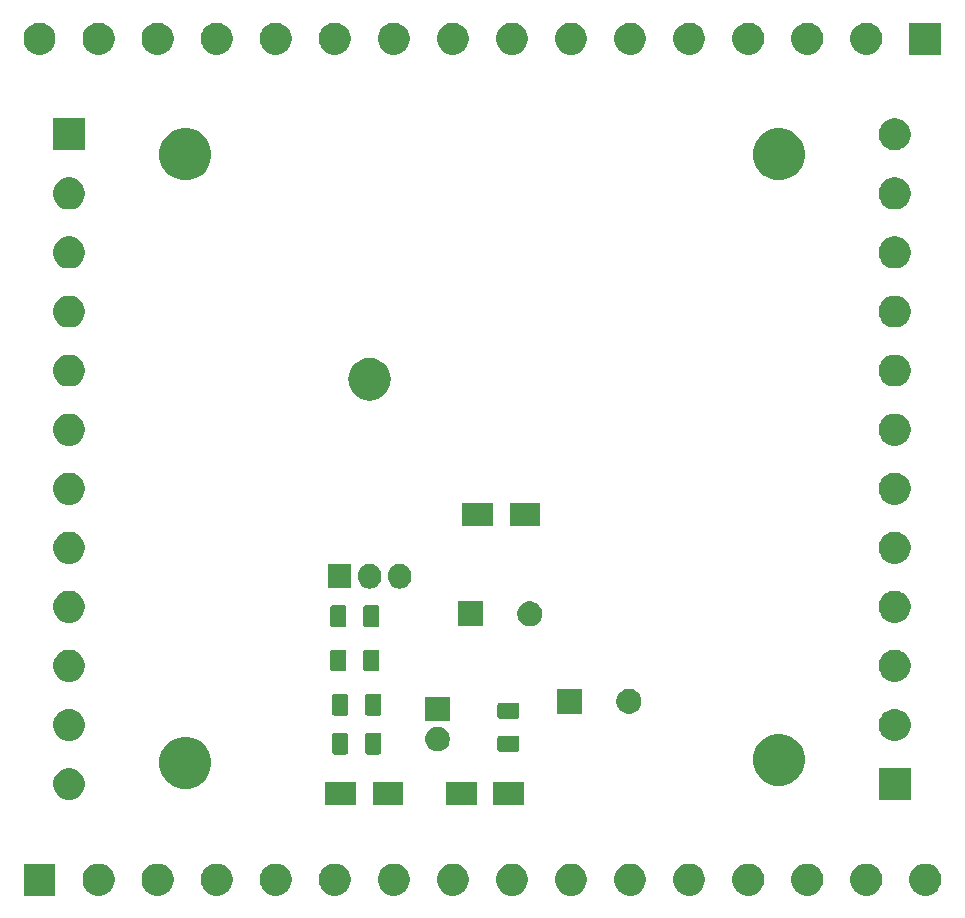
<source format=gbr>
G04 #@! TF.GenerationSoftware,KiCad,Pcbnew,5.1.4*
G04 #@! TF.CreationDate,2020-01-07T14:28:49-05:00*
G04 #@! TF.ProjectId,model-train-cdu,6d6f6465-6c2d-4747-9261-696e2d636475,rev?*
G04 #@! TF.SameCoordinates,Original*
G04 #@! TF.FileFunction,Soldermask,Top*
G04 #@! TF.FilePolarity,Negative*
%FSLAX46Y46*%
G04 Gerber Fmt 4.6, Leading zero omitted, Abs format (unit mm)*
G04 Created by KiCad (PCBNEW 5.1.4) date 2020-01-07 14:28:49*
%MOMM*%
%LPD*%
G04 APERTURE LIST*
%ADD10C,0.100000*%
G04 APERTURE END LIST*
D10*
G36*
X45251000Y-20251000D02*
G01*
X42549000Y-20251000D01*
X42549000Y-17549000D01*
X45251000Y-17549000D01*
X45251000Y-20251000D01*
X45251000Y-20251000D01*
G37*
G36*
X99294072Y-17600918D02*
G01*
X99539939Y-17702759D01*
X99761212Y-17850610D01*
X99949390Y-18038788D01*
X100097241Y-18260061D01*
X100199082Y-18505928D01*
X100251000Y-18766938D01*
X100251000Y-19033062D01*
X100199082Y-19294072D01*
X100097241Y-19539939D01*
X99949390Y-19761212D01*
X99761212Y-19949390D01*
X99539939Y-20097241D01*
X99539938Y-20097242D01*
X99539937Y-20097242D01*
X99294072Y-20199082D01*
X99033063Y-20251000D01*
X98766937Y-20251000D01*
X98505928Y-20199082D01*
X98260063Y-20097242D01*
X98260062Y-20097242D01*
X98260061Y-20097241D01*
X98038788Y-19949390D01*
X97850610Y-19761212D01*
X97702759Y-19539939D01*
X97600918Y-19294072D01*
X97549000Y-19033062D01*
X97549000Y-18766938D01*
X97600918Y-18505928D01*
X97702759Y-18260061D01*
X97850610Y-18038788D01*
X98038788Y-17850610D01*
X98260061Y-17702759D01*
X98505928Y-17600918D01*
X98766937Y-17549000D01*
X99033063Y-17549000D01*
X99294072Y-17600918D01*
X99294072Y-17600918D01*
G37*
G36*
X64294072Y-17600918D02*
G01*
X64539939Y-17702759D01*
X64761212Y-17850610D01*
X64949390Y-18038788D01*
X65097241Y-18260061D01*
X65199082Y-18505928D01*
X65251000Y-18766938D01*
X65251000Y-19033062D01*
X65199082Y-19294072D01*
X65097241Y-19539939D01*
X64949390Y-19761212D01*
X64761212Y-19949390D01*
X64539939Y-20097241D01*
X64539938Y-20097242D01*
X64539937Y-20097242D01*
X64294072Y-20199082D01*
X64033063Y-20251000D01*
X63766937Y-20251000D01*
X63505928Y-20199082D01*
X63260063Y-20097242D01*
X63260062Y-20097242D01*
X63260061Y-20097241D01*
X63038788Y-19949390D01*
X62850610Y-19761212D01*
X62702759Y-19539939D01*
X62600918Y-19294072D01*
X62549000Y-19033062D01*
X62549000Y-18766938D01*
X62600918Y-18505928D01*
X62702759Y-18260061D01*
X62850610Y-18038788D01*
X63038788Y-17850610D01*
X63260061Y-17702759D01*
X63505928Y-17600918D01*
X63766937Y-17549000D01*
X64033063Y-17549000D01*
X64294072Y-17600918D01*
X64294072Y-17600918D01*
G37*
G36*
X69294072Y-17600918D02*
G01*
X69539939Y-17702759D01*
X69761212Y-17850610D01*
X69949390Y-18038788D01*
X70097241Y-18260061D01*
X70199082Y-18505928D01*
X70251000Y-18766938D01*
X70251000Y-19033062D01*
X70199082Y-19294072D01*
X70097241Y-19539939D01*
X69949390Y-19761212D01*
X69761212Y-19949390D01*
X69539939Y-20097241D01*
X69539938Y-20097242D01*
X69539937Y-20097242D01*
X69294072Y-20199082D01*
X69033063Y-20251000D01*
X68766937Y-20251000D01*
X68505928Y-20199082D01*
X68260063Y-20097242D01*
X68260062Y-20097242D01*
X68260061Y-20097241D01*
X68038788Y-19949390D01*
X67850610Y-19761212D01*
X67702759Y-19539939D01*
X67600918Y-19294072D01*
X67549000Y-19033062D01*
X67549000Y-18766938D01*
X67600918Y-18505928D01*
X67702759Y-18260061D01*
X67850610Y-18038788D01*
X68038788Y-17850610D01*
X68260061Y-17702759D01*
X68505928Y-17600918D01*
X68766937Y-17549000D01*
X69033063Y-17549000D01*
X69294072Y-17600918D01*
X69294072Y-17600918D01*
G37*
G36*
X74294072Y-17600918D02*
G01*
X74539939Y-17702759D01*
X74761212Y-17850610D01*
X74949390Y-18038788D01*
X75097241Y-18260061D01*
X75199082Y-18505928D01*
X75251000Y-18766938D01*
X75251000Y-19033062D01*
X75199082Y-19294072D01*
X75097241Y-19539939D01*
X74949390Y-19761212D01*
X74761212Y-19949390D01*
X74539939Y-20097241D01*
X74539938Y-20097242D01*
X74539937Y-20097242D01*
X74294072Y-20199082D01*
X74033063Y-20251000D01*
X73766937Y-20251000D01*
X73505928Y-20199082D01*
X73260063Y-20097242D01*
X73260062Y-20097242D01*
X73260061Y-20097241D01*
X73038788Y-19949390D01*
X72850610Y-19761212D01*
X72702759Y-19539939D01*
X72600918Y-19294072D01*
X72549000Y-19033062D01*
X72549000Y-18766938D01*
X72600918Y-18505928D01*
X72702759Y-18260061D01*
X72850610Y-18038788D01*
X73038788Y-17850610D01*
X73260061Y-17702759D01*
X73505928Y-17600918D01*
X73766937Y-17549000D01*
X74033063Y-17549000D01*
X74294072Y-17600918D01*
X74294072Y-17600918D01*
G37*
G36*
X79294072Y-17600918D02*
G01*
X79539939Y-17702759D01*
X79761212Y-17850610D01*
X79949390Y-18038788D01*
X80097241Y-18260061D01*
X80199082Y-18505928D01*
X80251000Y-18766938D01*
X80251000Y-19033062D01*
X80199082Y-19294072D01*
X80097241Y-19539939D01*
X79949390Y-19761212D01*
X79761212Y-19949390D01*
X79539939Y-20097241D01*
X79539938Y-20097242D01*
X79539937Y-20097242D01*
X79294072Y-20199082D01*
X79033063Y-20251000D01*
X78766937Y-20251000D01*
X78505928Y-20199082D01*
X78260063Y-20097242D01*
X78260062Y-20097242D01*
X78260061Y-20097241D01*
X78038788Y-19949390D01*
X77850610Y-19761212D01*
X77702759Y-19539939D01*
X77600918Y-19294072D01*
X77549000Y-19033062D01*
X77549000Y-18766938D01*
X77600918Y-18505928D01*
X77702759Y-18260061D01*
X77850610Y-18038788D01*
X78038788Y-17850610D01*
X78260061Y-17702759D01*
X78505928Y-17600918D01*
X78766937Y-17549000D01*
X79033063Y-17549000D01*
X79294072Y-17600918D01*
X79294072Y-17600918D01*
G37*
G36*
X84294072Y-17600918D02*
G01*
X84539939Y-17702759D01*
X84761212Y-17850610D01*
X84949390Y-18038788D01*
X85097241Y-18260061D01*
X85199082Y-18505928D01*
X85251000Y-18766938D01*
X85251000Y-19033062D01*
X85199082Y-19294072D01*
X85097241Y-19539939D01*
X84949390Y-19761212D01*
X84761212Y-19949390D01*
X84539939Y-20097241D01*
X84539938Y-20097242D01*
X84539937Y-20097242D01*
X84294072Y-20199082D01*
X84033063Y-20251000D01*
X83766937Y-20251000D01*
X83505928Y-20199082D01*
X83260063Y-20097242D01*
X83260062Y-20097242D01*
X83260061Y-20097241D01*
X83038788Y-19949390D01*
X82850610Y-19761212D01*
X82702759Y-19539939D01*
X82600918Y-19294072D01*
X82549000Y-19033062D01*
X82549000Y-18766938D01*
X82600918Y-18505928D01*
X82702759Y-18260061D01*
X82850610Y-18038788D01*
X83038788Y-17850610D01*
X83260061Y-17702759D01*
X83505928Y-17600918D01*
X83766937Y-17549000D01*
X84033063Y-17549000D01*
X84294072Y-17600918D01*
X84294072Y-17600918D01*
G37*
G36*
X89294072Y-17600918D02*
G01*
X89539939Y-17702759D01*
X89761212Y-17850610D01*
X89949390Y-18038788D01*
X90097241Y-18260061D01*
X90199082Y-18505928D01*
X90251000Y-18766938D01*
X90251000Y-19033062D01*
X90199082Y-19294072D01*
X90097241Y-19539939D01*
X89949390Y-19761212D01*
X89761212Y-19949390D01*
X89539939Y-20097241D01*
X89539938Y-20097242D01*
X89539937Y-20097242D01*
X89294072Y-20199082D01*
X89033063Y-20251000D01*
X88766937Y-20251000D01*
X88505928Y-20199082D01*
X88260063Y-20097242D01*
X88260062Y-20097242D01*
X88260061Y-20097241D01*
X88038788Y-19949390D01*
X87850610Y-19761212D01*
X87702759Y-19539939D01*
X87600918Y-19294072D01*
X87549000Y-19033062D01*
X87549000Y-18766938D01*
X87600918Y-18505928D01*
X87702759Y-18260061D01*
X87850610Y-18038788D01*
X88038788Y-17850610D01*
X88260061Y-17702759D01*
X88505928Y-17600918D01*
X88766937Y-17549000D01*
X89033063Y-17549000D01*
X89294072Y-17600918D01*
X89294072Y-17600918D01*
G37*
G36*
X94294072Y-17600918D02*
G01*
X94539939Y-17702759D01*
X94761212Y-17850610D01*
X94949390Y-18038788D01*
X95097241Y-18260061D01*
X95199082Y-18505928D01*
X95251000Y-18766938D01*
X95251000Y-19033062D01*
X95199082Y-19294072D01*
X95097241Y-19539939D01*
X94949390Y-19761212D01*
X94761212Y-19949390D01*
X94539939Y-20097241D01*
X94539938Y-20097242D01*
X94539937Y-20097242D01*
X94294072Y-20199082D01*
X94033063Y-20251000D01*
X93766937Y-20251000D01*
X93505928Y-20199082D01*
X93260063Y-20097242D01*
X93260062Y-20097242D01*
X93260061Y-20097241D01*
X93038788Y-19949390D01*
X92850610Y-19761212D01*
X92702759Y-19539939D01*
X92600918Y-19294072D01*
X92549000Y-19033062D01*
X92549000Y-18766938D01*
X92600918Y-18505928D01*
X92702759Y-18260061D01*
X92850610Y-18038788D01*
X93038788Y-17850610D01*
X93260061Y-17702759D01*
X93505928Y-17600918D01*
X93766937Y-17549000D01*
X94033063Y-17549000D01*
X94294072Y-17600918D01*
X94294072Y-17600918D01*
G37*
G36*
X109294072Y-17600918D02*
G01*
X109539939Y-17702759D01*
X109761212Y-17850610D01*
X109949390Y-18038788D01*
X110097241Y-18260061D01*
X110199082Y-18505928D01*
X110251000Y-18766938D01*
X110251000Y-19033062D01*
X110199082Y-19294072D01*
X110097241Y-19539939D01*
X109949390Y-19761212D01*
X109761212Y-19949390D01*
X109539939Y-20097241D01*
X109539938Y-20097242D01*
X109539937Y-20097242D01*
X109294072Y-20199082D01*
X109033063Y-20251000D01*
X108766937Y-20251000D01*
X108505928Y-20199082D01*
X108260063Y-20097242D01*
X108260062Y-20097242D01*
X108260061Y-20097241D01*
X108038788Y-19949390D01*
X107850610Y-19761212D01*
X107702759Y-19539939D01*
X107600918Y-19294072D01*
X107549000Y-19033062D01*
X107549000Y-18766938D01*
X107600918Y-18505928D01*
X107702759Y-18260061D01*
X107850610Y-18038788D01*
X108038788Y-17850610D01*
X108260061Y-17702759D01*
X108505928Y-17600918D01*
X108766937Y-17549000D01*
X109033063Y-17549000D01*
X109294072Y-17600918D01*
X109294072Y-17600918D01*
G37*
G36*
X104294072Y-17600918D02*
G01*
X104539939Y-17702759D01*
X104761212Y-17850610D01*
X104949390Y-18038788D01*
X105097241Y-18260061D01*
X105199082Y-18505928D01*
X105251000Y-18766938D01*
X105251000Y-19033062D01*
X105199082Y-19294072D01*
X105097241Y-19539939D01*
X104949390Y-19761212D01*
X104761212Y-19949390D01*
X104539939Y-20097241D01*
X104539938Y-20097242D01*
X104539937Y-20097242D01*
X104294072Y-20199082D01*
X104033063Y-20251000D01*
X103766937Y-20251000D01*
X103505928Y-20199082D01*
X103260063Y-20097242D01*
X103260062Y-20097242D01*
X103260061Y-20097241D01*
X103038788Y-19949390D01*
X102850610Y-19761212D01*
X102702759Y-19539939D01*
X102600918Y-19294072D01*
X102549000Y-19033062D01*
X102549000Y-18766938D01*
X102600918Y-18505928D01*
X102702759Y-18260061D01*
X102850610Y-18038788D01*
X103038788Y-17850610D01*
X103260061Y-17702759D01*
X103505928Y-17600918D01*
X103766937Y-17549000D01*
X104033063Y-17549000D01*
X104294072Y-17600918D01*
X104294072Y-17600918D01*
G37*
G36*
X49294072Y-17600918D02*
G01*
X49539939Y-17702759D01*
X49761212Y-17850610D01*
X49949390Y-18038788D01*
X50097241Y-18260061D01*
X50199082Y-18505928D01*
X50251000Y-18766938D01*
X50251000Y-19033062D01*
X50199082Y-19294072D01*
X50097241Y-19539939D01*
X49949390Y-19761212D01*
X49761212Y-19949390D01*
X49539939Y-20097241D01*
X49539938Y-20097242D01*
X49539937Y-20097242D01*
X49294072Y-20199082D01*
X49033063Y-20251000D01*
X48766937Y-20251000D01*
X48505928Y-20199082D01*
X48260063Y-20097242D01*
X48260062Y-20097242D01*
X48260061Y-20097241D01*
X48038788Y-19949390D01*
X47850610Y-19761212D01*
X47702759Y-19539939D01*
X47600918Y-19294072D01*
X47549000Y-19033062D01*
X47549000Y-18766938D01*
X47600918Y-18505928D01*
X47702759Y-18260061D01*
X47850610Y-18038788D01*
X48038788Y-17850610D01*
X48260061Y-17702759D01*
X48505928Y-17600918D01*
X48766937Y-17549000D01*
X49033063Y-17549000D01*
X49294072Y-17600918D01*
X49294072Y-17600918D01*
G37*
G36*
X54294072Y-17600918D02*
G01*
X54539939Y-17702759D01*
X54761212Y-17850610D01*
X54949390Y-18038788D01*
X55097241Y-18260061D01*
X55199082Y-18505928D01*
X55251000Y-18766938D01*
X55251000Y-19033062D01*
X55199082Y-19294072D01*
X55097241Y-19539939D01*
X54949390Y-19761212D01*
X54761212Y-19949390D01*
X54539939Y-20097241D01*
X54539938Y-20097242D01*
X54539937Y-20097242D01*
X54294072Y-20199082D01*
X54033063Y-20251000D01*
X53766937Y-20251000D01*
X53505928Y-20199082D01*
X53260063Y-20097242D01*
X53260062Y-20097242D01*
X53260061Y-20097241D01*
X53038788Y-19949390D01*
X52850610Y-19761212D01*
X52702759Y-19539939D01*
X52600918Y-19294072D01*
X52549000Y-19033062D01*
X52549000Y-18766938D01*
X52600918Y-18505928D01*
X52702759Y-18260061D01*
X52850610Y-18038788D01*
X53038788Y-17850610D01*
X53260061Y-17702759D01*
X53505928Y-17600918D01*
X53766937Y-17549000D01*
X54033063Y-17549000D01*
X54294072Y-17600918D01*
X54294072Y-17600918D01*
G37*
G36*
X59294072Y-17600918D02*
G01*
X59539939Y-17702759D01*
X59761212Y-17850610D01*
X59949390Y-18038788D01*
X60097241Y-18260061D01*
X60199082Y-18505928D01*
X60251000Y-18766938D01*
X60251000Y-19033062D01*
X60199082Y-19294072D01*
X60097241Y-19539939D01*
X59949390Y-19761212D01*
X59761212Y-19949390D01*
X59539939Y-20097241D01*
X59539938Y-20097242D01*
X59539937Y-20097242D01*
X59294072Y-20199082D01*
X59033063Y-20251000D01*
X58766937Y-20251000D01*
X58505928Y-20199082D01*
X58260063Y-20097242D01*
X58260062Y-20097242D01*
X58260061Y-20097241D01*
X58038788Y-19949390D01*
X57850610Y-19761212D01*
X57702759Y-19539939D01*
X57600918Y-19294072D01*
X57549000Y-19033062D01*
X57549000Y-18766938D01*
X57600918Y-18505928D01*
X57702759Y-18260061D01*
X57850610Y-18038788D01*
X58038788Y-17850610D01*
X58260061Y-17702759D01*
X58505928Y-17600918D01*
X58766937Y-17549000D01*
X59033063Y-17549000D01*
X59294072Y-17600918D01*
X59294072Y-17600918D01*
G37*
G36*
X119294072Y-17600918D02*
G01*
X119539939Y-17702759D01*
X119761212Y-17850610D01*
X119949390Y-18038788D01*
X120097241Y-18260061D01*
X120199082Y-18505928D01*
X120251000Y-18766938D01*
X120251000Y-19033062D01*
X120199082Y-19294072D01*
X120097241Y-19539939D01*
X119949390Y-19761212D01*
X119761212Y-19949390D01*
X119539939Y-20097241D01*
X119539938Y-20097242D01*
X119539937Y-20097242D01*
X119294072Y-20199082D01*
X119033063Y-20251000D01*
X118766937Y-20251000D01*
X118505928Y-20199082D01*
X118260063Y-20097242D01*
X118260062Y-20097242D01*
X118260061Y-20097241D01*
X118038788Y-19949390D01*
X117850610Y-19761212D01*
X117702759Y-19539939D01*
X117600918Y-19294072D01*
X117549000Y-19033062D01*
X117549000Y-18766938D01*
X117600918Y-18505928D01*
X117702759Y-18260061D01*
X117850610Y-18038788D01*
X118038788Y-17850610D01*
X118260061Y-17702759D01*
X118505928Y-17600918D01*
X118766937Y-17549000D01*
X119033063Y-17549000D01*
X119294072Y-17600918D01*
X119294072Y-17600918D01*
G37*
G36*
X114294072Y-17600918D02*
G01*
X114539939Y-17702759D01*
X114761212Y-17850610D01*
X114949390Y-18038788D01*
X115097241Y-18260061D01*
X115199082Y-18505928D01*
X115251000Y-18766938D01*
X115251000Y-19033062D01*
X115199082Y-19294072D01*
X115097241Y-19539939D01*
X114949390Y-19761212D01*
X114761212Y-19949390D01*
X114539939Y-20097241D01*
X114539938Y-20097242D01*
X114539937Y-20097242D01*
X114294072Y-20199082D01*
X114033063Y-20251000D01*
X113766937Y-20251000D01*
X113505928Y-20199082D01*
X113260063Y-20097242D01*
X113260062Y-20097242D01*
X113260061Y-20097241D01*
X113038788Y-19949390D01*
X112850610Y-19761212D01*
X112702759Y-19539939D01*
X112600918Y-19294072D01*
X112549000Y-19033062D01*
X112549000Y-18766938D01*
X112600918Y-18505928D01*
X112702759Y-18260061D01*
X112850610Y-18038788D01*
X113038788Y-17850610D01*
X113260061Y-17702759D01*
X113505928Y-17600918D01*
X113766937Y-17549000D01*
X114033063Y-17549000D01*
X114294072Y-17600918D01*
X114294072Y-17600918D01*
G37*
G36*
X80901000Y-12551000D02*
G01*
X78299000Y-12551000D01*
X78299000Y-10649000D01*
X80901000Y-10649000D01*
X80901000Y-12551000D01*
X80901000Y-12551000D01*
G37*
G36*
X84901000Y-12551000D02*
G01*
X82299000Y-12551000D01*
X82299000Y-10649000D01*
X84901000Y-10649000D01*
X84901000Y-12551000D01*
X84901000Y-12551000D01*
G37*
G36*
X74701000Y-12551000D02*
G01*
X72099000Y-12551000D01*
X72099000Y-10649000D01*
X74701000Y-10649000D01*
X74701000Y-12551000D01*
X74701000Y-12551000D01*
G37*
G36*
X70701000Y-12551000D02*
G01*
X68099000Y-12551000D01*
X68099000Y-10649000D01*
X70701000Y-10649000D01*
X70701000Y-12551000D01*
X70701000Y-12551000D01*
G37*
G36*
X117651000Y-12151000D02*
G01*
X114949000Y-12151000D01*
X114949000Y-9449000D01*
X117651000Y-9449000D01*
X117651000Y-12151000D01*
X117651000Y-12151000D01*
G37*
G36*
X46794072Y-9500918D02*
G01*
X47039939Y-9602759D01*
X47261212Y-9750610D01*
X47449390Y-9938788D01*
X47597241Y-10160061D01*
X47699082Y-10405928D01*
X47751000Y-10666938D01*
X47751000Y-10933062D01*
X47699082Y-11194072D01*
X47597241Y-11439939D01*
X47449390Y-11661212D01*
X47261212Y-11849390D01*
X47039939Y-11997241D01*
X47039938Y-11997242D01*
X47039937Y-11997242D01*
X46794072Y-12099082D01*
X46533063Y-12151000D01*
X46266937Y-12151000D01*
X46005928Y-12099082D01*
X45760063Y-11997242D01*
X45760062Y-11997242D01*
X45760061Y-11997241D01*
X45538788Y-11849390D01*
X45350610Y-11661212D01*
X45202759Y-11439939D01*
X45100918Y-11194072D01*
X45049000Y-10933062D01*
X45049000Y-10666938D01*
X45100918Y-10405928D01*
X45202759Y-10160061D01*
X45350610Y-9938788D01*
X45538788Y-9750610D01*
X45760061Y-9602759D01*
X46005928Y-9500918D01*
X46266937Y-9449000D01*
X46533063Y-9449000D01*
X46794072Y-9500918D01*
X46794072Y-9500918D01*
G37*
G36*
X56892007Y-6883582D02*
G01*
X57292563Y-7049498D01*
X57292565Y-7049499D01*
X57653056Y-7290371D01*
X57959629Y-7596944D01*
X58099048Y-7805600D01*
X58200502Y-7957437D01*
X58366418Y-8357993D01*
X58451000Y-8783219D01*
X58451000Y-9216781D01*
X58366418Y-9642007D01*
X58200502Y-10042563D01*
X58200501Y-10042565D01*
X57959629Y-10403056D01*
X57653056Y-10709629D01*
X57292565Y-10950501D01*
X57292564Y-10950502D01*
X57292563Y-10950502D01*
X56892007Y-11116418D01*
X56466781Y-11201000D01*
X56033219Y-11201000D01*
X55607993Y-11116418D01*
X55207437Y-10950502D01*
X55207436Y-10950502D01*
X55207435Y-10950501D01*
X54846944Y-10709629D01*
X54540371Y-10403056D01*
X54299499Y-10042565D01*
X54299498Y-10042563D01*
X54133582Y-9642007D01*
X54049000Y-9216781D01*
X54049000Y-8783219D01*
X54133582Y-8357993D01*
X54299498Y-7957437D01*
X54400952Y-7805600D01*
X54540371Y-7596944D01*
X54846944Y-7290371D01*
X55207435Y-7049499D01*
X55207437Y-7049498D01*
X55607993Y-6883582D01*
X56033219Y-6799000D01*
X56466781Y-6799000D01*
X56892007Y-6883582D01*
X56892007Y-6883582D01*
G37*
G36*
X107142007Y-6633582D02*
G01*
X107542563Y-6799498D01*
X107542565Y-6799499D01*
X107903056Y-7040371D01*
X108209629Y-7346944D01*
X108450501Y-7707435D01*
X108450502Y-7707437D01*
X108616418Y-8107993D01*
X108701000Y-8533219D01*
X108701000Y-8966781D01*
X108616418Y-9392007D01*
X108450502Y-9792563D01*
X108450501Y-9792565D01*
X108209629Y-10153056D01*
X107903056Y-10459629D01*
X107542565Y-10700501D01*
X107542564Y-10700502D01*
X107542563Y-10700502D01*
X107142007Y-10866418D01*
X106716781Y-10951000D01*
X106283219Y-10951000D01*
X105857993Y-10866418D01*
X105457437Y-10700502D01*
X105457436Y-10700502D01*
X105457435Y-10700501D01*
X105096944Y-10459629D01*
X104790371Y-10153056D01*
X104549499Y-9792565D01*
X104549498Y-9792563D01*
X104383582Y-9392007D01*
X104299000Y-8966781D01*
X104299000Y-8533219D01*
X104383582Y-8107993D01*
X104549498Y-7707437D01*
X104549499Y-7707435D01*
X104790371Y-7346944D01*
X105096944Y-7040371D01*
X105457435Y-6799499D01*
X105457437Y-6799498D01*
X105857993Y-6633582D01*
X106283219Y-6549000D01*
X106716781Y-6549000D01*
X107142007Y-6633582D01*
X107142007Y-6633582D01*
G37*
G36*
X69873605Y-6463348D02*
G01*
X69910145Y-6474433D01*
X69943822Y-6492434D01*
X69973342Y-6516660D01*
X69997568Y-6546180D01*
X70015569Y-6579857D01*
X70026654Y-6616397D01*
X70031001Y-6660539D01*
X70031001Y-8109463D01*
X70026654Y-8153605D01*
X70015569Y-8190145D01*
X69997568Y-8223822D01*
X69973342Y-8253342D01*
X69943822Y-8277568D01*
X69910145Y-8295569D01*
X69873605Y-8306654D01*
X69829463Y-8311001D01*
X68880539Y-8311001D01*
X68836397Y-8306654D01*
X68799857Y-8295569D01*
X68766180Y-8277568D01*
X68736660Y-8253342D01*
X68712434Y-8223822D01*
X68694433Y-8190145D01*
X68683348Y-8153605D01*
X68679001Y-8109463D01*
X68679001Y-6660539D01*
X68683348Y-6616397D01*
X68694433Y-6579857D01*
X68712434Y-6546180D01*
X68736660Y-6516660D01*
X68766180Y-6492434D01*
X68799857Y-6474433D01*
X68836397Y-6463348D01*
X68880539Y-6459001D01*
X69829463Y-6459001D01*
X69873605Y-6463348D01*
X69873605Y-6463348D01*
G37*
G36*
X72673605Y-6463348D02*
G01*
X72710145Y-6474433D01*
X72743822Y-6492434D01*
X72773342Y-6516660D01*
X72797568Y-6546180D01*
X72815569Y-6579857D01*
X72826654Y-6616397D01*
X72831001Y-6660539D01*
X72831001Y-8109463D01*
X72826654Y-8153605D01*
X72815569Y-8190145D01*
X72797568Y-8223822D01*
X72773342Y-8253342D01*
X72743822Y-8277568D01*
X72710145Y-8295569D01*
X72673605Y-8306654D01*
X72629463Y-8311001D01*
X71680539Y-8311001D01*
X71636397Y-8306654D01*
X71599857Y-8295569D01*
X71566180Y-8277568D01*
X71536660Y-8253342D01*
X71512434Y-8223822D01*
X71494433Y-8190145D01*
X71483348Y-8153605D01*
X71479001Y-8109463D01*
X71479001Y-6660539D01*
X71483348Y-6616397D01*
X71494433Y-6579857D01*
X71512434Y-6546180D01*
X71536660Y-6516660D01*
X71566180Y-6492434D01*
X71599857Y-6474433D01*
X71636397Y-6463348D01*
X71680539Y-6459001D01*
X72629463Y-6459001D01*
X72673605Y-6463348D01*
X72673605Y-6463348D01*
G37*
G36*
X84368604Y-6728347D02*
G01*
X84405144Y-6739432D01*
X84438821Y-6757433D01*
X84468341Y-6781659D01*
X84492567Y-6811179D01*
X84510568Y-6844856D01*
X84521653Y-6881396D01*
X84526000Y-6925538D01*
X84526000Y-7874462D01*
X84521653Y-7918604D01*
X84510568Y-7955144D01*
X84492567Y-7988821D01*
X84468341Y-8018341D01*
X84438821Y-8042567D01*
X84405144Y-8060568D01*
X84368604Y-8071653D01*
X84324462Y-8076000D01*
X82875538Y-8076000D01*
X82831396Y-8071653D01*
X82794856Y-8060568D01*
X82761179Y-8042567D01*
X82731659Y-8018341D01*
X82707433Y-7988821D01*
X82689432Y-7955144D01*
X82678347Y-7918604D01*
X82674000Y-7874462D01*
X82674000Y-6925538D01*
X82678347Y-6881396D01*
X82689432Y-6844856D01*
X82707433Y-6811179D01*
X82731659Y-6781659D01*
X82761179Y-6757433D01*
X82794856Y-6739432D01*
X82831396Y-6728347D01*
X82875538Y-6724000D01*
X84324462Y-6724000D01*
X84368604Y-6728347D01*
X84368604Y-6728347D01*
G37*
G36*
X77906564Y-5989389D02*
G01*
X78097833Y-6068615D01*
X78097835Y-6068616D01*
X78269973Y-6183635D01*
X78416365Y-6330027D01*
X78506015Y-6464197D01*
X78531385Y-6502167D01*
X78610611Y-6693436D01*
X78651000Y-6896484D01*
X78651000Y-7103516D01*
X78610611Y-7306564D01*
X78531385Y-7497833D01*
X78531384Y-7497835D01*
X78416365Y-7669973D01*
X78269973Y-7816365D01*
X78097835Y-7931384D01*
X78097834Y-7931385D01*
X78097833Y-7931385D01*
X77906564Y-8010611D01*
X77703516Y-8051000D01*
X77496484Y-8051000D01*
X77293436Y-8010611D01*
X77102167Y-7931385D01*
X77102166Y-7931385D01*
X77102165Y-7931384D01*
X76930027Y-7816365D01*
X76783635Y-7669973D01*
X76668616Y-7497835D01*
X76668615Y-7497833D01*
X76589389Y-7306564D01*
X76549000Y-7103516D01*
X76549000Y-6896484D01*
X76589389Y-6693436D01*
X76668615Y-6502167D01*
X76693986Y-6464197D01*
X76783635Y-6330027D01*
X76930027Y-6183635D01*
X77102165Y-6068616D01*
X77102167Y-6068615D01*
X77293436Y-5989389D01*
X77496484Y-5949000D01*
X77703516Y-5949000D01*
X77906564Y-5989389D01*
X77906564Y-5989389D01*
G37*
G36*
X116538501Y-4469973D02*
G01*
X116694072Y-4500918D01*
X116939939Y-4602759D01*
X117051328Y-4677187D01*
X117161211Y-4750609D01*
X117349391Y-4938789D01*
X117401419Y-5016654D01*
X117497241Y-5160061D01*
X117599082Y-5405928D01*
X117651000Y-5666938D01*
X117651000Y-5933062D01*
X117599082Y-6194072D01*
X117497241Y-6439939D01*
X117424368Y-6549000D01*
X117349391Y-6661211D01*
X117161211Y-6849391D01*
X117051328Y-6922813D01*
X116939939Y-6997241D01*
X116939938Y-6997242D01*
X116939937Y-6997242D01*
X116694072Y-7099082D01*
X116433063Y-7151000D01*
X116166937Y-7151000D01*
X115905928Y-7099082D01*
X115660063Y-6997242D01*
X115660062Y-6997242D01*
X115660061Y-6997241D01*
X115548672Y-6922813D01*
X115438789Y-6849391D01*
X115250609Y-6661211D01*
X115175632Y-6549000D01*
X115102759Y-6439939D01*
X115000918Y-6194072D01*
X114949000Y-5933062D01*
X114949000Y-5666938D01*
X115000918Y-5405928D01*
X115102759Y-5160061D01*
X115198581Y-5016654D01*
X115250609Y-4938789D01*
X115438789Y-4750609D01*
X115548672Y-4677187D01*
X115660061Y-4602759D01*
X115905928Y-4500918D01*
X116061499Y-4469973D01*
X116166937Y-4449000D01*
X116433063Y-4449000D01*
X116538501Y-4469973D01*
X116538501Y-4469973D01*
G37*
G36*
X46638501Y-4469973D02*
G01*
X46794072Y-4500918D01*
X47039939Y-4602759D01*
X47151328Y-4677187D01*
X47261211Y-4750609D01*
X47449391Y-4938789D01*
X47501419Y-5016654D01*
X47597241Y-5160061D01*
X47699082Y-5405928D01*
X47751000Y-5666938D01*
X47751000Y-5933062D01*
X47699082Y-6194072D01*
X47597241Y-6439939D01*
X47524368Y-6549000D01*
X47449391Y-6661211D01*
X47261211Y-6849391D01*
X47151328Y-6922813D01*
X47039939Y-6997241D01*
X47039938Y-6997242D01*
X47039937Y-6997242D01*
X46794072Y-7099082D01*
X46533063Y-7151000D01*
X46266937Y-7151000D01*
X46005928Y-7099082D01*
X45760063Y-6997242D01*
X45760062Y-6997242D01*
X45760061Y-6997241D01*
X45648672Y-6922813D01*
X45538789Y-6849391D01*
X45350609Y-6661211D01*
X45275632Y-6549000D01*
X45202759Y-6439939D01*
X45100918Y-6194072D01*
X45049000Y-5933062D01*
X45049000Y-5666938D01*
X45100918Y-5405928D01*
X45202759Y-5160061D01*
X45298581Y-5016654D01*
X45350609Y-4938789D01*
X45538789Y-4750609D01*
X45648672Y-4677187D01*
X45760061Y-4602759D01*
X46005928Y-4500918D01*
X46161499Y-4469973D01*
X46266937Y-4449000D01*
X46533063Y-4449000D01*
X46638501Y-4469973D01*
X46638501Y-4469973D01*
G37*
G36*
X78651000Y-5511000D02*
G01*
X76549000Y-5511000D01*
X76549000Y-3409000D01*
X78651000Y-3409000D01*
X78651000Y-5511000D01*
X78651000Y-5511000D01*
G37*
G36*
X84368604Y-3928347D02*
G01*
X84405144Y-3939432D01*
X84438821Y-3957433D01*
X84468341Y-3981659D01*
X84492567Y-4011179D01*
X84510568Y-4044856D01*
X84521653Y-4081396D01*
X84526000Y-4125538D01*
X84526000Y-5074462D01*
X84521653Y-5118604D01*
X84510568Y-5155144D01*
X84492567Y-5188821D01*
X84468341Y-5218341D01*
X84438821Y-5242567D01*
X84405144Y-5260568D01*
X84368604Y-5271653D01*
X84324462Y-5276000D01*
X82875538Y-5276000D01*
X82831396Y-5271653D01*
X82794856Y-5260568D01*
X82761179Y-5242567D01*
X82731659Y-5218341D01*
X82707433Y-5188821D01*
X82689432Y-5155144D01*
X82678347Y-5118604D01*
X82674000Y-5074462D01*
X82674000Y-4125538D01*
X82678347Y-4081396D01*
X82689432Y-4044856D01*
X82707433Y-4011179D01*
X82731659Y-3981659D01*
X82761179Y-3957433D01*
X82794856Y-3939432D01*
X82831396Y-3928347D01*
X82875538Y-3924000D01*
X84324462Y-3924000D01*
X84368604Y-3928347D01*
X84368604Y-3928347D01*
G37*
G36*
X72673605Y-3173348D02*
G01*
X72710145Y-3184433D01*
X72743822Y-3202434D01*
X72773342Y-3226660D01*
X72797568Y-3256180D01*
X72815569Y-3289857D01*
X72826654Y-3326397D01*
X72831001Y-3370539D01*
X72831001Y-4819463D01*
X72826654Y-4863605D01*
X72815569Y-4900145D01*
X72797568Y-4933822D01*
X72773342Y-4963342D01*
X72743822Y-4987568D01*
X72710145Y-5005569D01*
X72673605Y-5016654D01*
X72629463Y-5021001D01*
X71680539Y-5021001D01*
X71636397Y-5016654D01*
X71599857Y-5005569D01*
X71566180Y-4987568D01*
X71536660Y-4963342D01*
X71512434Y-4933822D01*
X71494433Y-4900145D01*
X71483348Y-4863605D01*
X71479001Y-4819463D01*
X71479001Y-3370539D01*
X71483348Y-3326397D01*
X71494433Y-3289857D01*
X71512434Y-3256180D01*
X71536660Y-3226660D01*
X71566180Y-3202434D01*
X71599857Y-3184433D01*
X71636397Y-3173348D01*
X71680539Y-3169001D01*
X72629463Y-3169001D01*
X72673605Y-3173348D01*
X72673605Y-3173348D01*
G37*
G36*
X69873605Y-3173348D02*
G01*
X69910145Y-3184433D01*
X69943822Y-3202434D01*
X69973342Y-3226660D01*
X69997568Y-3256180D01*
X70015569Y-3289857D01*
X70026654Y-3326397D01*
X70031001Y-3370539D01*
X70031001Y-4819463D01*
X70026654Y-4863605D01*
X70015569Y-4900145D01*
X69997568Y-4933822D01*
X69973342Y-4963342D01*
X69943822Y-4987568D01*
X69910145Y-5005569D01*
X69873605Y-5016654D01*
X69829463Y-5021001D01*
X68880539Y-5021001D01*
X68836397Y-5016654D01*
X68799857Y-5005569D01*
X68766180Y-4987568D01*
X68736660Y-4963342D01*
X68712434Y-4933822D01*
X68694433Y-4900145D01*
X68683348Y-4863605D01*
X68679001Y-4819463D01*
X68679001Y-3370539D01*
X68683348Y-3326397D01*
X68694433Y-3289857D01*
X68712434Y-3256180D01*
X68736660Y-3226660D01*
X68766180Y-3202434D01*
X68799857Y-3184433D01*
X68836397Y-3173348D01*
X68880539Y-3169001D01*
X69829463Y-3169001D01*
X69873605Y-3173348D01*
X69873605Y-3173348D01*
G37*
G36*
X94106564Y-2789389D02*
G01*
X94297833Y-2868615D01*
X94297835Y-2868616D01*
X94469973Y-2983635D01*
X94616365Y-3130027D01*
X94731385Y-3302167D01*
X94810611Y-3493436D01*
X94851000Y-3696484D01*
X94851000Y-3903516D01*
X94810611Y-4106564D01*
X94774228Y-4194400D01*
X94731384Y-4297835D01*
X94616365Y-4469973D01*
X94469973Y-4616365D01*
X94297835Y-4731384D01*
X94297834Y-4731385D01*
X94297833Y-4731385D01*
X94106564Y-4810611D01*
X93903516Y-4851000D01*
X93696484Y-4851000D01*
X93493436Y-4810611D01*
X93302167Y-4731385D01*
X93302166Y-4731385D01*
X93302165Y-4731384D01*
X93130027Y-4616365D01*
X92983635Y-4469973D01*
X92868616Y-4297835D01*
X92825772Y-4194400D01*
X92789389Y-4106564D01*
X92749000Y-3903516D01*
X92749000Y-3696484D01*
X92789389Y-3493436D01*
X92868615Y-3302167D01*
X92983635Y-3130027D01*
X93130027Y-2983635D01*
X93302165Y-2868616D01*
X93302167Y-2868615D01*
X93493436Y-2789389D01*
X93696484Y-2749000D01*
X93903516Y-2749000D01*
X94106564Y-2789389D01*
X94106564Y-2789389D01*
G37*
G36*
X89851000Y-4851000D02*
G01*
X87749000Y-4851000D01*
X87749000Y-2749000D01*
X89851000Y-2749000D01*
X89851000Y-4851000D01*
X89851000Y-4851000D01*
G37*
G36*
X116694072Y499082D02*
G01*
X116939939Y397241D01*
X116974030Y374462D01*
X117161211Y249391D01*
X117349391Y61211D01*
X117497242Y-160063D01*
X117599082Y-405928D01*
X117651000Y-666937D01*
X117651000Y-933063D01*
X117599082Y-1194072D01*
X117565147Y-1276000D01*
X117497241Y-1439939D01*
X117349390Y-1661212D01*
X117161212Y-1849390D01*
X116939939Y-1997241D01*
X116939938Y-1997242D01*
X116939937Y-1997242D01*
X116694072Y-2099082D01*
X116433063Y-2151000D01*
X116166937Y-2151000D01*
X115905928Y-2099082D01*
X115660063Y-1997242D01*
X115660062Y-1997242D01*
X115660061Y-1997241D01*
X115438788Y-1849390D01*
X115250610Y-1661212D01*
X115102759Y-1439939D01*
X115034854Y-1276000D01*
X115000918Y-1194072D01*
X114949000Y-933063D01*
X114949000Y-666937D01*
X115000918Y-405928D01*
X115102758Y-160063D01*
X115250609Y61211D01*
X115438789Y249391D01*
X115625970Y374462D01*
X115660061Y397241D01*
X115905928Y499082D01*
X116166937Y551000D01*
X116433063Y551000D01*
X116694072Y499082D01*
X116694072Y499082D01*
G37*
G36*
X46794072Y499082D02*
G01*
X47039939Y397241D01*
X47074030Y374462D01*
X47261211Y249391D01*
X47449391Y61211D01*
X47597242Y-160063D01*
X47699082Y-405928D01*
X47751000Y-666937D01*
X47751000Y-933063D01*
X47699082Y-1194072D01*
X47665147Y-1276000D01*
X47597241Y-1439939D01*
X47449390Y-1661212D01*
X47261212Y-1849390D01*
X47039939Y-1997241D01*
X47039938Y-1997242D01*
X47039937Y-1997242D01*
X46794072Y-2099082D01*
X46533063Y-2151000D01*
X46266937Y-2151000D01*
X46005928Y-2099082D01*
X45760063Y-1997242D01*
X45760062Y-1997242D01*
X45760061Y-1997241D01*
X45538788Y-1849390D01*
X45350610Y-1661212D01*
X45202759Y-1439939D01*
X45134854Y-1276000D01*
X45100918Y-1194072D01*
X45049000Y-933063D01*
X45049000Y-666937D01*
X45100918Y-405928D01*
X45202758Y-160063D01*
X45350609Y61211D01*
X45538789Y249391D01*
X45725970Y374462D01*
X45760061Y397241D01*
X46005928Y499082D01*
X46266937Y551000D01*
X46533063Y551000D01*
X46794072Y499082D01*
X46794072Y499082D01*
G37*
G36*
X72518604Y571653D02*
G01*
X72555144Y560568D01*
X72588821Y542567D01*
X72618341Y518341D01*
X72642567Y488821D01*
X72660568Y455144D01*
X72671653Y418604D01*
X72676000Y374462D01*
X72676000Y-1074462D01*
X72671653Y-1118604D01*
X72660568Y-1155144D01*
X72642567Y-1188821D01*
X72618341Y-1218341D01*
X72588821Y-1242567D01*
X72555144Y-1260568D01*
X72518604Y-1271653D01*
X72474462Y-1276000D01*
X71525538Y-1276000D01*
X71481396Y-1271653D01*
X71444856Y-1260568D01*
X71411179Y-1242567D01*
X71381659Y-1218341D01*
X71357433Y-1188821D01*
X71339432Y-1155144D01*
X71328347Y-1118604D01*
X71324000Y-1074462D01*
X71324000Y374462D01*
X71328347Y418604D01*
X71339432Y455144D01*
X71357433Y488821D01*
X71381659Y518341D01*
X71411179Y542567D01*
X71444856Y560568D01*
X71481396Y571653D01*
X71525538Y576000D01*
X72474462Y576000D01*
X72518604Y571653D01*
X72518604Y571653D01*
G37*
G36*
X69718604Y571653D02*
G01*
X69755144Y560568D01*
X69788821Y542567D01*
X69818341Y518341D01*
X69842567Y488821D01*
X69860568Y455144D01*
X69871653Y418604D01*
X69876000Y374462D01*
X69876000Y-1074462D01*
X69871653Y-1118604D01*
X69860568Y-1155144D01*
X69842567Y-1188821D01*
X69818341Y-1218341D01*
X69788821Y-1242567D01*
X69755144Y-1260568D01*
X69718604Y-1271653D01*
X69674462Y-1276000D01*
X68725538Y-1276000D01*
X68681396Y-1271653D01*
X68644856Y-1260568D01*
X68611179Y-1242567D01*
X68581659Y-1218341D01*
X68557433Y-1188821D01*
X68539432Y-1155144D01*
X68528347Y-1118604D01*
X68524000Y-1074462D01*
X68524000Y374462D01*
X68528347Y418604D01*
X68539432Y455144D01*
X68557433Y488821D01*
X68581659Y518341D01*
X68611179Y542567D01*
X68644856Y560568D01*
X68681396Y571653D01*
X68725538Y576000D01*
X69674462Y576000D01*
X69718604Y571653D01*
X69718604Y571653D01*
G37*
G36*
X72518604Y4321653D02*
G01*
X72555144Y4310568D01*
X72588821Y4292567D01*
X72618341Y4268341D01*
X72642567Y4238821D01*
X72660568Y4205144D01*
X72671653Y4168604D01*
X72676000Y4124462D01*
X72676000Y2675538D01*
X72671653Y2631396D01*
X72660568Y2594856D01*
X72642567Y2561179D01*
X72618341Y2531659D01*
X72588821Y2507433D01*
X72555144Y2489432D01*
X72518604Y2478347D01*
X72474462Y2474000D01*
X71525538Y2474000D01*
X71481396Y2478347D01*
X71444856Y2489432D01*
X71411179Y2507433D01*
X71381659Y2531659D01*
X71357433Y2561179D01*
X71339432Y2594856D01*
X71328347Y2631396D01*
X71324000Y2675538D01*
X71324000Y4124462D01*
X71328347Y4168604D01*
X71339432Y4205144D01*
X71357433Y4238821D01*
X71381659Y4268341D01*
X71411179Y4292567D01*
X71444856Y4310568D01*
X71481396Y4321653D01*
X71525538Y4326000D01*
X72474462Y4326000D01*
X72518604Y4321653D01*
X72518604Y4321653D01*
G37*
G36*
X69718604Y4321653D02*
G01*
X69755144Y4310568D01*
X69788821Y4292567D01*
X69818341Y4268341D01*
X69842567Y4238821D01*
X69860568Y4205144D01*
X69871653Y4168604D01*
X69876000Y4124462D01*
X69876000Y2675538D01*
X69871653Y2631396D01*
X69860568Y2594856D01*
X69842567Y2561179D01*
X69818341Y2531659D01*
X69788821Y2507433D01*
X69755144Y2489432D01*
X69718604Y2478347D01*
X69674462Y2474000D01*
X68725538Y2474000D01*
X68681396Y2478347D01*
X68644856Y2489432D01*
X68611179Y2507433D01*
X68581659Y2531659D01*
X68557433Y2561179D01*
X68539432Y2594856D01*
X68528347Y2631396D01*
X68524000Y2675538D01*
X68524000Y4124462D01*
X68528347Y4168604D01*
X68539432Y4205144D01*
X68557433Y4238821D01*
X68581659Y4268341D01*
X68611179Y4292567D01*
X68644856Y4310568D01*
X68681396Y4321653D01*
X68725538Y4326000D01*
X69674462Y4326000D01*
X69718604Y4321653D01*
X69718604Y4321653D01*
G37*
G36*
X81451000Y2549000D02*
G01*
X79349000Y2549000D01*
X79349000Y4651000D01*
X81451000Y4651000D01*
X81451000Y2549000D01*
X81451000Y2549000D01*
G37*
G36*
X85706564Y4610611D02*
G01*
X85897833Y4531385D01*
X85897835Y4531384D01*
X86069973Y4416365D01*
X86216365Y4269973D01*
X86324357Y4108352D01*
X86331385Y4097833D01*
X86410611Y3906564D01*
X86451000Y3703516D01*
X86451000Y3496484D01*
X86410611Y3293436D01*
X86351450Y3150609D01*
X86331384Y3102165D01*
X86216365Y2930027D01*
X86069973Y2783635D01*
X85897835Y2668616D01*
X85897834Y2668615D01*
X85897833Y2668615D01*
X85706564Y2589389D01*
X85503516Y2549000D01*
X85296484Y2549000D01*
X85093436Y2589389D01*
X84902167Y2668615D01*
X84902166Y2668615D01*
X84902165Y2668616D01*
X84730027Y2783635D01*
X84583635Y2930027D01*
X84468616Y3102165D01*
X84448550Y3150609D01*
X84389389Y3293436D01*
X84349000Y3496484D01*
X84349000Y3703516D01*
X84389389Y3906564D01*
X84468615Y4097833D01*
X84475644Y4108352D01*
X84583635Y4269973D01*
X84730027Y4416365D01*
X84902165Y4531384D01*
X84902167Y4531385D01*
X85093436Y4610611D01*
X85296484Y4651000D01*
X85503516Y4651000D01*
X85706564Y4610611D01*
X85706564Y4610611D01*
G37*
G36*
X116694072Y5499082D02*
G01*
X116939939Y5397241D01*
X117051328Y5322813D01*
X117161211Y5249391D01*
X117349391Y5061211D01*
X117497242Y4839937D01*
X117599082Y4594072D01*
X117651000Y4333063D01*
X117651000Y4066937D01*
X117599082Y3805928D01*
X117497242Y3560063D01*
X117349391Y3338789D01*
X117161211Y3150609D01*
X117051328Y3077187D01*
X116939939Y3002759D01*
X116939938Y3002758D01*
X116939937Y3002758D01*
X116694072Y2900918D01*
X116433063Y2849000D01*
X116166937Y2849000D01*
X115905928Y2900918D01*
X115660063Y3002758D01*
X115660062Y3002758D01*
X115660061Y3002759D01*
X115548672Y3077187D01*
X115438789Y3150609D01*
X115250609Y3338789D01*
X115102758Y3560063D01*
X115000918Y3805928D01*
X114949000Y4066937D01*
X114949000Y4333063D01*
X115000918Y4594072D01*
X115102758Y4839937D01*
X115250609Y5061211D01*
X115438789Y5249391D01*
X115548672Y5322813D01*
X115660061Y5397241D01*
X115905928Y5499082D01*
X116166937Y5551000D01*
X116433063Y5551000D01*
X116694072Y5499082D01*
X116694072Y5499082D01*
G37*
G36*
X46794072Y5499082D02*
G01*
X47039939Y5397241D01*
X47151328Y5322813D01*
X47261211Y5249391D01*
X47449391Y5061211D01*
X47597242Y4839937D01*
X47699082Y4594072D01*
X47751000Y4333063D01*
X47751000Y4066937D01*
X47699082Y3805928D01*
X47597242Y3560063D01*
X47449391Y3338789D01*
X47261211Y3150609D01*
X47151328Y3077187D01*
X47039939Y3002759D01*
X47039938Y3002758D01*
X47039937Y3002758D01*
X46794072Y2900918D01*
X46533063Y2849000D01*
X46266937Y2849000D01*
X46005928Y2900918D01*
X45760063Y3002758D01*
X45760062Y3002758D01*
X45760061Y3002759D01*
X45648672Y3077187D01*
X45538789Y3150609D01*
X45350609Y3338789D01*
X45202758Y3560063D01*
X45100918Y3805928D01*
X45049000Y4066937D01*
X45049000Y4333063D01*
X45100918Y4594072D01*
X45202758Y4839937D01*
X45350609Y5061211D01*
X45538789Y5249391D01*
X45648672Y5322813D01*
X45760061Y5397241D01*
X46005928Y5499082D01*
X46266937Y5551000D01*
X46533063Y5551000D01*
X46794072Y5499082D01*
X46794072Y5499082D01*
G37*
G36*
X72036719Y7836480D02*
G01*
X72225880Y7779099D01*
X72225883Y7779098D01*
X72318333Y7729682D01*
X72400212Y7685917D01*
X72553015Y7560515D01*
X72678417Y7407712D01*
X72771599Y7233381D01*
X72828980Y7044220D01*
X72843500Y6896794D01*
X72843500Y6703207D01*
X72828980Y6555781D01*
X72771599Y6366620D01*
X72771598Y6366617D01*
X72722182Y6274167D01*
X72678417Y6192288D01*
X72553015Y6039485D01*
X72400212Y5914083D01*
X72225881Y5820901D01*
X72036720Y5763520D01*
X71840000Y5744145D01*
X71643281Y5763520D01*
X71454120Y5820901D01*
X71279788Y5914083D01*
X71126985Y6039485D01*
X71001583Y6192288D01*
X70908401Y6366619D01*
X70851020Y6555780D01*
X70836500Y6703206D01*
X70836500Y6896793D01*
X70851020Y7044219D01*
X70908401Y7233380D01*
X70908402Y7233383D01*
X70957818Y7325833D01*
X71001583Y7407712D01*
X71126985Y7560515D01*
X71279788Y7685917D01*
X71454119Y7779099D01*
X71643280Y7836480D01*
X71840000Y7855855D01*
X72036719Y7836480D01*
X72036719Y7836480D01*
G37*
G36*
X74576719Y7836480D02*
G01*
X74765880Y7779099D01*
X74765883Y7779098D01*
X74858333Y7729682D01*
X74940212Y7685917D01*
X75093015Y7560515D01*
X75218417Y7407712D01*
X75311599Y7233381D01*
X75368980Y7044220D01*
X75383500Y6896794D01*
X75383500Y6703207D01*
X75368980Y6555781D01*
X75311599Y6366620D01*
X75311598Y6366617D01*
X75262182Y6274167D01*
X75218417Y6192288D01*
X75093015Y6039485D01*
X74940212Y5914083D01*
X74765881Y5820901D01*
X74576720Y5763520D01*
X74380000Y5744145D01*
X74183281Y5763520D01*
X73994120Y5820901D01*
X73819788Y5914083D01*
X73666985Y6039485D01*
X73541583Y6192288D01*
X73448401Y6366619D01*
X73391020Y6555780D01*
X73376500Y6703206D01*
X73376500Y6896793D01*
X73391020Y7044219D01*
X73448401Y7233380D01*
X73448402Y7233383D01*
X73497818Y7325833D01*
X73541583Y7407712D01*
X73666985Y7560515D01*
X73819788Y7685917D01*
X73994119Y7779099D01*
X74183280Y7836480D01*
X74380000Y7855855D01*
X74576719Y7836480D01*
X74576719Y7836480D01*
G37*
G36*
X70303500Y5749000D02*
G01*
X68296500Y5749000D01*
X68296500Y7851000D01*
X70303500Y7851000D01*
X70303500Y5749000D01*
X70303500Y5749000D01*
G37*
G36*
X116694072Y10499082D02*
G01*
X116939939Y10397241D01*
X117161212Y10249390D01*
X117349390Y10061212D01*
X117497241Y9839939D01*
X117599082Y9594072D01*
X117651000Y9333062D01*
X117651000Y9066938D01*
X117599082Y8805928D01*
X117497241Y8560061D01*
X117349390Y8338788D01*
X117161212Y8150610D01*
X116939939Y8002759D01*
X116939938Y8002758D01*
X116939937Y8002758D01*
X116694072Y7900918D01*
X116433063Y7849000D01*
X116166937Y7849000D01*
X115905928Y7900918D01*
X115660063Y8002758D01*
X115660062Y8002758D01*
X115660061Y8002759D01*
X115438788Y8150610D01*
X115250610Y8338788D01*
X115102759Y8560061D01*
X115000918Y8805928D01*
X114949000Y9066938D01*
X114949000Y9333062D01*
X115000918Y9594072D01*
X115102759Y9839939D01*
X115250610Y10061212D01*
X115438788Y10249390D01*
X115660061Y10397241D01*
X115905928Y10499082D01*
X116166937Y10551000D01*
X116433063Y10551000D01*
X116694072Y10499082D01*
X116694072Y10499082D01*
G37*
G36*
X46794072Y10499082D02*
G01*
X47039939Y10397241D01*
X47261212Y10249390D01*
X47449390Y10061212D01*
X47597241Y9839939D01*
X47699082Y9594072D01*
X47751000Y9333062D01*
X47751000Y9066938D01*
X47699082Y8805928D01*
X47597241Y8560061D01*
X47449390Y8338788D01*
X47261212Y8150610D01*
X47039939Y8002759D01*
X47039938Y8002758D01*
X47039937Y8002758D01*
X46794072Y7900918D01*
X46533063Y7849000D01*
X46266937Y7849000D01*
X46005928Y7900918D01*
X45760063Y8002758D01*
X45760062Y8002758D01*
X45760061Y8002759D01*
X45538788Y8150610D01*
X45350610Y8338788D01*
X45202759Y8560061D01*
X45100918Y8805928D01*
X45049000Y9066938D01*
X45049000Y9333062D01*
X45100918Y9594072D01*
X45202759Y9839939D01*
X45350610Y10061212D01*
X45538788Y10249390D01*
X45760061Y10397241D01*
X46005928Y10499082D01*
X46266937Y10551000D01*
X46533063Y10551000D01*
X46794072Y10499082D01*
X46794072Y10499082D01*
G37*
G36*
X86301000Y11049000D02*
G01*
X83699000Y11049000D01*
X83699000Y12951000D01*
X86301000Y12951000D01*
X86301000Y11049000D01*
X86301000Y11049000D01*
G37*
G36*
X82301000Y11049000D02*
G01*
X79699000Y11049000D01*
X79699000Y12951000D01*
X82301000Y12951000D01*
X82301000Y11049000D01*
X82301000Y11049000D01*
G37*
G36*
X116694072Y15499082D02*
G01*
X116939939Y15397241D01*
X117161212Y15249390D01*
X117349390Y15061212D01*
X117497241Y14839939D01*
X117599082Y14594072D01*
X117651000Y14333062D01*
X117651000Y14066938D01*
X117599082Y13805928D01*
X117497241Y13560061D01*
X117349390Y13338788D01*
X117161212Y13150610D01*
X116939939Y13002759D01*
X116939938Y13002758D01*
X116939937Y13002758D01*
X116694072Y12900918D01*
X116433063Y12849000D01*
X116166937Y12849000D01*
X115905928Y12900918D01*
X115660063Y13002758D01*
X115660062Y13002758D01*
X115660061Y13002759D01*
X115438788Y13150610D01*
X115250610Y13338788D01*
X115102759Y13560061D01*
X115000918Y13805928D01*
X114949000Y14066938D01*
X114949000Y14333062D01*
X115000918Y14594072D01*
X115102759Y14839939D01*
X115250610Y15061212D01*
X115438788Y15249390D01*
X115660061Y15397241D01*
X115905928Y15499082D01*
X116166937Y15551000D01*
X116433063Y15551000D01*
X116694072Y15499082D01*
X116694072Y15499082D01*
G37*
G36*
X46794072Y15499082D02*
G01*
X47039939Y15397241D01*
X47261212Y15249390D01*
X47449390Y15061212D01*
X47597241Y14839939D01*
X47699082Y14594072D01*
X47751000Y14333062D01*
X47751000Y14066938D01*
X47699082Y13805928D01*
X47597241Y13560061D01*
X47449390Y13338788D01*
X47261212Y13150610D01*
X47039939Y13002759D01*
X47039938Y13002758D01*
X47039937Y13002758D01*
X46794072Y12900918D01*
X46533063Y12849000D01*
X46266937Y12849000D01*
X46005928Y12900918D01*
X45760063Y13002758D01*
X45760062Y13002758D01*
X45760061Y13002759D01*
X45538788Y13150610D01*
X45350610Y13338788D01*
X45202759Y13560061D01*
X45100918Y13805928D01*
X45049000Y14066938D01*
X45049000Y14333062D01*
X45100918Y14594072D01*
X45202759Y14839939D01*
X45350610Y15061212D01*
X45538788Y15249390D01*
X45760061Y15397241D01*
X46005928Y15499082D01*
X46266937Y15551000D01*
X46533063Y15551000D01*
X46794072Y15499082D01*
X46794072Y15499082D01*
G37*
G36*
X116694072Y20499082D02*
G01*
X116939939Y20397241D01*
X117161212Y20249390D01*
X117349390Y20061212D01*
X117497241Y19839939D01*
X117599082Y19594072D01*
X117651000Y19333062D01*
X117651000Y19066938D01*
X117599082Y18805928D01*
X117497241Y18560061D01*
X117349390Y18338788D01*
X117161212Y18150610D01*
X116939939Y18002759D01*
X116939938Y18002758D01*
X116939937Y18002758D01*
X116694072Y17900918D01*
X116433063Y17849000D01*
X116166937Y17849000D01*
X115905928Y17900918D01*
X115660063Y18002758D01*
X115660062Y18002758D01*
X115660061Y18002759D01*
X115438788Y18150610D01*
X115250610Y18338788D01*
X115102759Y18560061D01*
X115000918Y18805928D01*
X114949000Y19066938D01*
X114949000Y19333062D01*
X115000918Y19594072D01*
X115102759Y19839939D01*
X115250610Y20061212D01*
X115438788Y20249390D01*
X115660061Y20397241D01*
X115905928Y20499082D01*
X116166937Y20551000D01*
X116433063Y20551000D01*
X116694072Y20499082D01*
X116694072Y20499082D01*
G37*
G36*
X46794072Y20499082D02*
G01*
X47039939Y20397241D01*
X47261212Y20249390D01*
X47449390Y20061212D01*
X47597241Y19839939D01*
X47699082Y19594072D01*
X47751000Y19333062D01*
X47751000Y19066938D01*
X47699082Y18805928D01*
X47597241Y18560061D01*
X47449390Y18338788D01*
X47261212Y18150610D01*
X47039939Y18002759D01*
X47039938Y18002758D01*
X47039937Y18002758D01*
X46794072Y17900918D01*
X46533063Y17849000D01*
X46266937Y17849000D01*
X46005928Y17900918D01*
X45760063Y18002758D01*
X45760062Y18002758D01*
X45760061Y18002759D01*
X45538788Y18150610D01*
X45350610Y18338788D01*
X45202759Y18560061D01*
X45100918Y18805928D01*
X45049000Y19066938D01*
X45049000Y19333062D01*
X45100918Y19594072D01*
X45202759Y19839939D01*
X45350610Y20061212D01*
X45538788Y20249390D01*
X45760061Y20397241D01*
X46005928Y20499082D01*
X46266937Y20551000D01*
X46533063Y20551000D01*
X46794072Y20499082D01*
X46794072Y20499082D01*
G37*
G36*
X72016669Y25252314D02*
G01*
X72193058Y25234941D01*
X72532548Y25131958D01*
X72532550Y25131957D01*
X72845422Y24964723D01*
X73119661Y24739661D01*
X73344723Y24465422D01*
X73415471Y24333062D01*
X73511958Y24152548D01*
X73614941Y23813058D01*
X73649714Y23460000D01*
X73614941Y23106942D01*
X73583337Y23002759D01*
X73511957Y22767450D01*
X73344723Y22454578D01*
X73119661Y22180339D01*
X72845422Y21955277D01*
X72532550Y21788043D01*
X72532548Y21788042D01*
X72193058Y21685059D01*
X72016669Y21667686D01*
X71928476Y21659000D01*
X71751524Y21659000D01*
X71663331Y21667686D01*
X71486942Y21685059D01*
X71147452Y21788042D01*
X71147450Y21788043D01*
X70834578Y21955277D01*
X70560339Y22180339D01*
X70335277Y22454578D01*
X70168043Y22767450D01*
X70096663Y23002759D01*
X70065059Y23106942D01*
X70030286Y23460000D01*
X70065059Y23813058D01*
X70168042Y24152548D01*
X70264529Y24333062D01*
X70335277Y24465422D01*
X70560339Y24739661D01*
X70834578Y24964723D01*
X71147450Y25131957D01*
X71147452Y25131958D01*
X71486942Y25234941D01*
X71663331Y25252314D01*
X71751524Y25261000D01*
X71928476Y25261000D01*
X72016669Y25252314D01*
X72016669Y25252314D01*
G37*
G36*
X116694072Y25499082D02*
G01*
X116939939Y25397241D01*
X117161212Y25249390D01*
X117349390Y25061212D01*
X117497241Y24839939D01*
X117599082Y24594072D01*
X117651000Y24333062D01*
X117651000Y24066938D01*
X117599082Y23805928D01*
X117497241Y23560061D01*
X117349390Y23338788D01*
X117161212Y23150610D01*
X116939939Y23002759D01*
X116939938Y23002758D01*
X116939937Y23002758D01*
X116694072Y22900918D01*
X116433063Y22849000D01*
X116166937Y22849000D01*
X115905928Y22900918D01*
X115660063Y23002758D01*
X115660062Y23002758D01*
X115660061Y23002759D01*
X115438788Y23150610D01*
X115250610Y23338788D01*
X115102759Y23560061D01*
X115000918Y23805928D01*
X114949000Y24066938D01*
X114949000Y24333062D01*
X115000918Y24594072D01*
X115102759Y24839939D01*
X115250610Y25061212D01*
X115438788Y25249390D01*
X115660061Y25397241D01*
X115905928Y25499082D01*
X116166937Y25551000D01*
X116433063Y25551000D01*
X116694072Y25499082D01*
X116694072Y25499082D01*
G37*
G36*
X46794072Y25499082D02*
G01*
X47039939Y25397241D01*
X47261212Y25249390D01*
X47449390Y25061212D01*
X47597241Y24839939D01*
X47699082Y24594072D01*
X47751000Y24333062D01*
X47751000Y24066938D01*
X47699082Y23805928D01*
X47597241Y23560061D01*
X47449390Y23338788D01*
X47261212Y23150610D01*
X47039939Y23002759D01*
X47039938Y23002758D01*
X47039937Y23002758D01*
X46794072Y22900918D01*
X46533063Y22849000D01*
X46266937Y22849000D01*
X46005928Y22900918D01*
X45760063Y23002758D01*
X45760062Y23002758D01*
X45760061Y23002759D01*
X45538788Y23150610D01*
X45350610Y23338788D01*
X45202759Y23560061D01*
X45100918Y23805928D01*
X45049000Y24066938D01*
X45049000Y24333062D01*
X45100918Y24594072D01*
X45202759Y24839939D01*
X45350610Y25061212D01*
X45538788Y25249390D01*
X45760061Y25397241D01*
X46005928Y25499082D01*
X46266937Y25551000D01*
X46533063Y25551000D01*
X46794072Y25499082D01*
X46794072Y25499082D01*
G37*
G36*
X46794072Y30499082D02*
G01*
X47039939Y30397241D01*
X47261212Y30249390D01*
X47449390Y30061212D01*
X47597241Y29839939D01*
X47699082Y29594072D01*
X47751000Y29333062D01*
X47751000Y29066938D01*
X47699082Y28805928D01*
X47597241Y28560061D01*
X47449390Y28338788D01*
X47261212Y28150610D01*
X47039939Y28002759D01*
X47039938Y28002758D01*
X47039937Y28002758D01*
X46794072Y27900918D01*
X46533063Y27849000D01*
X46266937Y27849000D01*
X46005928Y27900918D01*
X45760063Y28002758D01*
X45760062Y28002758D01*
X45760061Y28002759D01*
X45538788Y28150610D01*
X45350610Y28338788D01*
X45202759Y28560061D01*
X45100918Y28805928D01*
X45049000Y29066938D01*
X45049000Y29333062D01*
X45100918Y29594072D01*
X45202759Y29839939D01*
X45350610Y30061212D01*
X45538788Y30249390D01*
X45760061Y30397241D01*
X46005928Y30499082D01*
X46266937Y30551000D01*
X46533063Y30551000D01*
X46794072Y30499082D01*
X46794072Y30499082D01*
G37*
G36*
X116694072Y30499082D02*
G01*
X116939939Y30397241D01*
X117161212Y30249390D01*
X117349390Y30061212D01*
X117497241Y29839939D01*
X117599082Y29594072D01*
X117651000Y29333062D01*
X117651000Y29066938D01*
X117599082Y28805928D01*
X117497241Y28560061D01*
X117349390Y28338788D01*
X117161212Y28150610D01*
X116939939Y28002759D01*
X116939938Y28002758D01*
X116939937Y28002758D01*
X116694072Y27900918D01*
X116433063Y27849000D01*
X116166937Y27849000D01*
X115905928Y27900918D01*
X115660063Y28002758D01*
X115660062Y28002758D01*
X115660061Y28002759D01*
X115438788Y28150610D01*
X115250610Y28338788D01*
X115102759Y28560061D01*
X115000918Y28805928D01*
X114949000Y29066938D01*
X114949000Y29333062D01*
X115000918Y29594072D01*
X115102759Y29839939D01*
X115250610Y30061212D01*
X115438788Y30249390D01*
X115660061Y30397241D01*
X115905928Y30499082D01*
X116166937Y30551000D01*
X116433063Y30551000D01*
X116694072Y30499082D01*
X116694072Y30499082D01*
G37*
G36*
X116694072Y35499082D02*
G01*
X116939939Y35397241D01*
X117161212Y35249390D01*
X117349390Y35061212D01*
X117497241Y34839939D01*
X117599082Y34594072D01*
X117651000Y34333062D01*
X117651000Y34066938D01*
X117599082Y33805928D01*
X117497241Y33560061D01*
X117349390Y33338788D01*
X117161212Y33150610D01*
X116939939Y33002759D01*
X116939938Y33002758D01*
X116939937Y33002758D01*
X116694072Y32900918D01*
X116433063Y32849000D01*
X116166937Y32849000D01*
X115905928Y32900918D01*
X115660063Y33002758D01*
X115660062Y33002758D01*
X115660061Y33002759D01*
X115438788Y33150610D01*
X115250610Y33338788D01*
X115102759Y33560061D01*
X115000918Y33805928D01*
X114949000Y34066938D01*
X114949000Y34333062D01*
X115000918Y34594072D01*
X115102759Y34839939D01*
X115250610Y35061212D01*
X115438788Y35249390D01*
X115660061Y35397241D01*
X115905928Y35499082D01*
X116166937Y35551000D01*
X116433063Y35551000D01*
X116694072Y35499082D01*
X116694072Y35499082D01*
G37*
G36*
X46794072Y35499082D02*
G01*
X47039939Y35397241D01*
X47261212Y35249390D01*
X47449390Y35061212D01*
X47597241Y34839939D01*
X47699082Y34594072D01*
X47751000Y34333062D01*
X47751000Y34066938D01*
X47699082Y33805928D01*
X47597241Y33560061D01*
X47449390Y33338788D01*
X47261212Y33150610D01*
X47039939Y33002759D01*
X47039938Y33002758D01*
X47039937Y33002758D01*
X46794072Y32900918D01*
X46533063Y32849000D01*
X46266937Y32849000D01*
X46005928Y32900918D01*
X45760063Y33002758D01*
X45760062Y33002758D01*
X45760061Y33002759D01*
X45538788Y33150610D01*
X45350610Y33338788D01*
X45202759Y33560061D01*
X45100918Y33805928D01*
X45049000Y34066938D01*
X45049000Y34333062D01*
X45100918Y34594072D01*
X45202759Y34839939D01*
X45350610Y35061212D01*
X45538788Y35249390D01*
X45760061Y35397241D01*
X46005928Y35499082D01*
X46266937Y35551000D01*
X46533063Y35551000D01*
X46794072Y35499082D01*
X46794072Y35499082D01*
G37*
G36*
X116694072Y40499082D02*
G01*
X116939939Y40397241D01*
X117161212Y40249390D01*
X117349390Y40061212D01*
X117497241Y39839939D01*
X117599082Y39594072D01*
X117651000Y39333062D01*
X117651000Y39066938D01*
X117599082Y38805928D01*
X117497241Y38560061D01*
X117349390Y38338788D01*
X117161212Y38150610D01*
X116939939Y38002759D01*
X116939938Y38002758D01*
X116939937Y38002758D01*
X116694072Y37900918D01*
X116433063Y37849000D01*
X116166937Y37849000D01*
X115905928Y37900918D01*
X115660063Y38002758D01*
X115660062Y38002758D01*
X115660061Y38002759D01*
X115438788Y38150610D01*
X115250610Y38338788D01*
X115102759Y38560061D01*
X115000918Y38805928D01*
X114949000Y39066938D01*
X114949000Y39333062D01*
X115000918Y39594072D01*
X115102759Y39839939D01*
X115250610Y40061212D01*
X115438788Y40249390D01*
X115660061Y40397241D01*
X115905928Y40499082D01*
X116166937Y40551000D01*
X116433063Y40551000D01*
X116694072Y40499082D01*
X116694072Y40499082D01*
G37*
G36*
X46794072Y40499082D02*
G01*
X47039939Y40397241D01*
X47261212Y40249390D01*
X47449390Y40061212D01*
X47597241Y39839939D01*
X47699082Y39594072D01*
X47751000Y39333062D01*
X47751000Y39066938D01*
X47699082Y38805928D01*
X47597241Y38560061D01*
X47449390Y38338788D01*
X47261212Y38150610D01*
X47039939Y38002759D01*
X47039938Y38002758D01*
X47039937Y38002758D01*
X46794072Y37900918D01*
X46533063Y37849000D01*
X46266937Y37849000D01*
X46005928Y37900918D01*
X45760063Y38002758D01*
X45760062Y38002758D01*
X45760061Y38002759D01*
X45538788Y38150610D01*
X45350610Y38338788D01*
X45202759Y38560061D01*
X45100918Y38805928D01*
X45049000Y39066938D01*
X45049000Y39333062D01*
X45100918Y39594072D01*
X45202759Y39839939D01*
X45350610Y40061212D01*
X45538788Y40249390D01*
X45760061Y40397241D01*
X46005928Y40499082D01*
X46266937Y40551000D01*
X46533063Y40551000D01*
X46794072Y40499082D01*
X46794072Y40499082D01*
G37*
G36*
X107142007Y44616418D02*
G01*
X107542563Y44450502D01*
X107542565Y44450501D01*
X107903056Y44209629D01*
X108209629Y43903056D01*
X108450501Y43542565D01*
X108450502Y43542563D01*
X108616418Y43142007D01*
X108701000Y42716781D01*
X108701000Y42283219D01*
X108616418Y41857993D01*
X108450502Y41457437D01*
X108450501Y41457435D01*
X108209629Y41096944D01*
X107903056Y40790371D01*
X107542565Y40549499D01*
X107542564Y40549498D01*
X107542563Y40549498D01*
X107142007Y40383582D01*
X106716781Y40299000D01*
X106283219Y40299000D01*
X105857993Y40383582D01*
X105457437Y40549498D01*
X105457436Y40549498D01*
X105457435Y40549499D01*
X105096944Y40790371D01*
X104790371Y41096944D01*
X104549499Y41457435D01*
X104549498Y41457437D01*
X104383582Y41857993D01*
X104299000Y42283219D01*
X104299000Y42716781D01*
X104383582Y43142007D01*
X104549498Y43542563D01*
X104549499Y43542565D01*
X104790371Y43903056D01*
X105096944Y44209629D01*
X105457435Y44450501D01*
X105457437Y44450502D01*
X105857993Y44616418D01*
X106283219Y44701000D01*
X106716781Y44701000D01*
X107142007Y44616418D01*
X107142007Y44616418D01*
G37*
G36*
X56892007Y44616418D02*
G01*
X57292563Y44450502D01*
X57292565Y44450501D01*
X57653056Y44209629D01*
X57959629Y43903056D01*
X58200501Y43542565D01*
X58200502Y43542563D01*
X58366418Y43142007D01*
X58451000Y42716781D01*
X58451000Y42283219D01*
X58366418Y41857993D01*
X58200502Y41457437D01*
X58200501Y41457435D01*
X57959629Y41096944D01*
X57653056Y40790371D01*
X57292565Y40549499D01*
X57292564Y40549498D01*
X57292563Y40549498D01*
X56892007Y40383582D01*
X56466781Y40299000D01*
X56033219Y40299000D01*
X55607993Y40383582D01*
X55207437Y40549498D01*
X55207436Y40549498D01*
X55207435Y40549499D01*
X54846944Y40790371D01*
X54540371Y41096944D01*
X54299499Y41457435D01*
X54299498Y41457437D01*
X54133582Y41857993D01*
X54049000Y42283219D01*
X54049000Y42716781D01*
X54133582Y43142007D01*
X54299498Y43542563D01*
X54299499Y43542565D01*
X54540371Y43903056D01*
X54846944Y44209629D01*
X55207435Y44450501D01*
X55207437Y44450502D01*
X55607993Y44616418D01*
X56033219Y44701000D01*
X56466781Y44701000D01*
X56892007Y44616418D01*
X56892007Y44616418D01*
G37*
G36*
X116694072Y45499082D02*
G01*
X116939939Y45397241D01*
X117051328Y45322813D01*
X117161211Y45249391D01*
X117349391Y45061211D01*
X117497242Y44839937D01*
X117599082Y44594072D01*
X117651000Y44333063D01*
X117651000Y44066937D01*
X117599082Y43805928D01*
X117497242Y43560063D01*
X117349391Y43338789D01*
X117161211Y43150609D01*
X117148337Y43142007D01*
X116939939Y43002759D01*
X116939938Y43002758D01*
X116939937Y43002758D01*
X116694072Y42900918D01*
X116433063Y42849000D01*
X116166937Y42849000D01*
X115905928Y42900918D01*
X115660063Y43002758D01*
X115660062Y43002758D01*
X115660061Y43002759D01*
X115451663Y43142007D01*
X115438789Y43150609D01*
X115250609Y43338789D01*
X115102758Y43560063D01*
X115000918Y43805928D01*
X114949000Y44066937D01*
X114949000Y44333063D01*
X115000918Y44594072D01*
X115102758Y44839937D01*
X115250609Y45061211D01*
X115438789Y45249391D01*
X115548672Y45322813D01*
X115660061Y45397241D01*
X115905928Y45499082D01*
X116166937Y45551000D01*
X116433063Y45551000D01*
X116694072Y45499082D01*
X116694072Y45499082D01*
G37*
G36*
X47751000Y42849000D02*
G01*
X45049000Y42849000D01*
X45049000Y45551000D01*
X47751000Y45551000D01*
X47751000Y42849000D01*
X47751000Y42849000D01*
G37*
G36*
X109294072Y53599082D02*
G01*
X109539939Y53497241D01*
X109761212Y53349390D01*
X109949390Y53161212D01*
X110097241Y52939939D01*
X110199082Y52694072D01*
X110251000Y52433062D01*
X110251000Y52166938D01*
X110199082Y51905928D01*
X110097241Y51660061D01*
X109949390Y51438788D01*
X109761212Y51250610D01*
X109539939Y51102759D01*
X109539938Y51102758D01*
X109539937Y51102758D01*
X109294072Y51000918D01*
X109033063Y50949000D01*
X108766937Y50949000D01*
X108505928Y51000918D01*
X108260063Y51102758D01*
X108260062Y51102758D01*
X108260061Y51102759D01*
X108038788Y51250610D01*
X107850610Y51438788D01*
X107702759Y51660061D01*
X107600918Y51905928D01*
X107549000Y52166938D01*
X107549000Y52433062D01*
X107600918Y52694072D01*
X107702759Y52939939D01*
X107850610Y53161212D01*
X108038788Y53349390D01*
X108260061Y53497241D01*
X108505928Y53599082D01*
X108766937Y53651000D01*
X109033063Y53651000D01*
X109294072Y53599082D01*
X109294072Y53599082D01*
G37*
G36*
X84294072Y53599082D02*
G01*
X84539939Y53497241D01*
X84761212Y53349390D01*
X84949390Y53161212D01*
X85097241Y52939939D01*
X85199082Y52694072D01*
X85251000Y52433062D01*
X85251000Y52166938D01*
X85199082Y51905928D01*
X85097241Y51660061D01*
X84949390Y51438788D01*
X84761212Y51250610D01*
X84539939Y51102759D01*
X84539938Y51102758D01*
X84539937Y51102758D01*
X84294072Y51000918D01*
X84033063Y50949000D01*
X83766937Y50949000D01*
X83505928Y51000918D01*
X83260063Y51102758D01*
X83260062Y51102758D01*
X83260061Y51102759D01*
X83038788Y51250610D01*
X82850610Y51438788D01*
X82702759Y51660061D01*
X82600918Y51905928D01*
X82549000Y52166938D01*
X82549000Y52433062D01*
X82600918Y52694072D01*
X82702759Y52939939D01*
X82850610Y53161212D01*
X83038788Y53349390D01*
X83260061Y53497241D01*
X83505928Y53599082D01*
X83766937Y53651000D01*
X84033063Y53651000D01*
X84294072Y53599082D01*
X84294072Y53599082D01*
G37*
G36*
X89294072Y53599082D02*
G01*
X89539939Y53497241D01*
X89761212Y53349390D01*
X89949390Y53161212D01*
X90097241Y52939939D01*
X90199082Y52694072D01*
X90251000Y52433062D01*
X90251000Y52166938D01*
X90199082Y51905928D01*
X90097241Y51660061D01*
X89949390Y51438788D01*
X89761212Y51250610D01*
X89539939Y51102759D01*
X89539938Y51102758D01*
X89539937Y51102758D01*
X89294072Y51000918D01*
X89033063Y50949000D01*
X88766937Y50949000D01*
X88505928Y51000918D01*
X88260063Y51102758D01*
X88260062Y51102758D01*
X88260061Y51102759D01*
X88038788Y51250610D01*
X87850610Y51438788D01*
X87702759Y51660061D01*
X87600918Y51905928D01*
X87549000Y52166938D01*
X87549000Y52433062D01*
X87600918Y52694072D01*
X87702759Y52939939D01*
X87850610Y53161212D01*
X88038788Y53349390D01*
X88260061Y53497241D01*
X88505928Y53599082D01*
X88766937Y53651000D01*
X89033063Y53651000D01*
X89294072Y53599082D01*
X89294072Y53599082D01*
G37*
G36*
X94294072Y53599082D02*
G01*
X94539939Y53497241D01*
X94761212Y53349390D01*
X94949390Y53161212D01*
X95097241Y52939939D01*
X95199082Y52694072D01*
X95251000Y52433062D01*
X95251000Y52166938D01*
X95199082Y51905928D01*
X95097241Y51660061D01*
X94949390Y51438788D01*
X94761212Y51250610D01*
X94539939Y51102759D01*
X94539938Y51102758D01*
X94539937Y51102758D01*
X94294072Y51000918D01*
X94033063Y50949000D01*
X93766937Y50949000D01*
X93505928Y51000918D01*
X93260063Y51102758D01*
X93260062Y51102758D01*
X93260061Y51102759D01*
X93038788Y51250610D01*
X92850610Y51438788D01*
X92702759Y51660061D01*
X92600918Y51905928D01*
X92549000Y52166938D01*
X92549000Y52433062D01*
X92600918Y52694072D01*
X92702759Y52939939D01*
X92850610Y53161212D01*
X93038788Y53349390D01*
X93260061Y53497241D01*
X93505928Y53599082D01*
X93766937Y53651000D01*
X94033063Y53651000D01*
X94294072Y53599082D01*
X94294072Y53599082D01*
G37*
G36*
X99294072Y53599082D02*
G01*
X99539939Y53497241D01*
X99761212Y53349390D01*
X99949390Y53161212D01*
X100097241Y52939939D01*
X100199082Y52694072D01*
X100251000Y52433062D01*
X100251000Y52166938D01*
X100199082Y51905928D01*
X100097241Y51660061D01*
X99949390Y51438788D01*
X99761212Y51250610D01*
X99539939Y51102759D01*
X99539938Y51102758D01*
X99539937Y51102758D01*
X99294072Y51000918D01*
X99033063Y50949000D01*
X98766937Y50949000D01*
X98505928Y51000918D01*
X98260063Y51102758D01*
X98260062Y51102758D01*
X98260061Y51102759D01*
X98038788Y51250610D01*
X97850610Y51438788D01*
X97702759Y51660061D01*
X97600918Y51905928D01*
X97549000Y52166938D01*
X97549000Y52433062D01*
X97600918Y52694072D01*
X97702759Y52939939D01*
X97850610Y53161212D01*
X98038788Y53349390D01*
X98260061Y53497241D01*
X98505928Y53599082D01*
X98766937Y53651000D01*
X99033063Y53651000D01*
X99294072Y53599082D01*
X99294072Y53599082D01*
G37*
G36*
X104294072Y53599082D02*
G01*
X104539939Y53497241D01*
X104761212Y53349390D01*
X104949390Y53161212D01*
X105097241Y52939939D01*
X105199082Y52694072D01*
X105251000Y52433062D01*
X105251000Y52166938D01*
X105199082Y51905928D01*
X105097241Y51660061D01*
X104949390Y51438788D01*
X104761212Y51250610D01*
X104539939Y51102759D01*
X104539938Y51102758D01*
X104539937Y51102758D01*
X104294072Y51000918D01*
X104033063Y50949000D01*
X103766937Y50949000D01*
X103505928Y51000918D01*
X103260063Y51102758D01*
X103260062Y51102758D01*
X103260061Y51102759D01*
X103038788Y51250610D01*
X102850610Y51438788D01*
X102702759Y51660061D01*
X102600918Y51905928D01*
X102549000Y52166938D01*
X102549000Y52433062D01*
X102600918Y52694072D01*
X102702759Y52939939D01*
X102850610Y53161212D01*
X103038788Y53349390D01*
X103260061Y53497241D01*
X103505928Y53599082D01*
X103766937Y53651000D01*
X104033063Y53651000D01*
X104294072Y53599082D01*
X104294072Y53599082D01*
G37*
G36*
X120251000Y50949000D02*
G01*
X117549000Y50949000D01*
X117549000Y53651000D01*
X120251000Y53651000D01*
X120251000Y50949000D01*
X120251000Y50949000D01*
G37*
G36*
X114294072Y53599082D02*
G01*
X114539939Y53497241D01*
X114761212Y53349390D01*
X114949390Y53161212D01*
X115097241Y52939939D01*
X115199082Y52694072D01*
X115251000Y52433062D01*
X115251000Y52166938D01*
X115199082Y51905928D01*
X115097241Y51660061D01*
X114949390Y51438788D01*
X114761212Y51250610D01*
X114539939Y51102759D01*
X114539938Y51102758D01*
X114539937Y51102758D01*
X114294072Y51000918D01*
X114033063Y50949000D01*
X113766937Y50949000D01*
X113505928Y51000918D01*
X113260063Y51102758D01*
X113260062Y51102758D01*
X113260061Y51102759D01*
X113038788Y51250610D01*
X112850610Y51438788D01*
X112702759Y51660061D01*
X112600918Y51905928D01*
X112549000Y52166938D01*
X112549000Y52433062D01*
X112600918Y52694072D01*
X112702759Y52939939D01*
X112850610Y53161212D01*
X113038788Y53349390D01*
X113260061Y53497241D01*
X113505928Y53599082D01*
X113766937Y53651000D01*
X114033063Y53651000D01*
X114294072Y53599082D01*
X114294072Y53599082D01*
G37*
G36*
X74294072Y53599082D02*
G01*
X74539939Y53497241D01*
X74761212Y53349390D01*
X74949390Y53161212D01*
X75097241Y52939939D01*
X75199082Y52694072D01*
X75251000Y52433062D01*
X75251000Y52166938D01*
X75199082Y51905928D01*
X75097241Y51660061D01*
X74949390Y51438788D01*
X74761212Y51250610D01*
X74539939Y51102759D01*
X74539938Y51102758D01*
X74539937Y51102758D01*
X74294072Y51000918D01*
X74033063Y50949000D01*
X73766937Y50949000D01*
X73505928Y51000918D01*
X73260063Y51102758D01*
X73260062Y51102758D01*
X73260061Y51102759D01*
X73038788Y51250610D01*
X72850610Y51438788D01*
X72702759Y51660061D01*
X72600918Y51905928D01*
X72549000Y52166938D01*
X72549000Y52433062D01*
X72600918Y52694072D01*
X72702759Y52939939D01*
X72850610Y53161212D01*
X73038788Y53349390D01*
X73260061Y53497241D01*
X73505928Y53599082D01*
X73766937Y53651000D01*
X74033063Y53651000D01*
X74294072Y53599082D01*
X74294072Y53599082D01*
G37*
G36*
X69294072Y53599082D02*
G01*
X69539939Y53497241D01*
X69761212Y53349390D01*
X69949390Y53161212D01*
X70097241Y52939939D01*
X70199082Y52694072D01*
X70251000Y52433062D01*
X70251000Y52166938D01*
X70199082Y51905928D01*
X70097241Y51660061D01*
X69949390Y51438788D01*
X69761212Y51250610D01*
X69539939Y51102759D01*
X69539938Y51102758D01*
X69539937Y51102758D01*
X69294072Y51000918D01*
X69033063Y50949000D01*
X68766937Y50949000D01*
X68505928Y51000918D01*
X68260063Y51102758D01*
X68260062Y51102758D01*
X68260061Y51102759D01*
X68038788Y51250610D01*
X67850610Y51438788D01*
X67702759Y51660061D01*
X67600918Y51905928D01*
X67549000Y52166938D01*
X67549000Y52433062D01*
X67600918Y52694072D01*
X67702759Y52939939D01*
X67850610Y53161212D01*
X68038788Y53349390D01*
X68260061Y53497241D01*
X68505928Y53599082D01*
X68766937Y53651000D01*
X69033063Y53651000D01*
X69294072Y53599082D01*
X69294072Y53599082D01*
G37*
G36*
X79294072Y53599082D02*
G01*
X79539939Y53497241D01*
X79761212Y53349390D01*
X79949390Y53161212D01*
X80097241Y52939939D01*
X80199082Y52694072D01*
X80251000Y52433062D01*
X80251000Y52166938D01*
X80199082Y51905928D01*
X80097241Y51660061D01*
X79949390Y51438788D01*
X79761212Y51250610D01*
X79539939Y51102759D01*
X79539938Y51102758D01*
X79539937Y51102758D01*
X79294072Y51000918D01*
X79033063Y50949000D01*
X78766937Y50949000D01*
X78505928Y51000918D01*
X78260063Y51102758D01*
X78260062Y51102758D01*
X78260061Y51102759D01*
X78038788Y51250610D01*
X77850610Y51438788D01*
X77702759Y51660061D01*
X77600918Y51905928D01*
X77549000Y52166938D01*
X77549000Y52433062D01*
X77600918Y52694072D01*
X77702759Y52939939D01*
X77850610Y53161212D01*
X78038788Y53349390D01*
X78260061Y53497241D01*
X78505928Y53599082D01*
X78766937Y53651000D01*
X79033063Y53651000D01*
X79294072Y53599082D01*
X79294072Y53599082D01*
G37*
G36*
X44294072Y53599082D02*
G01*
X44539939Y53497241D01*
X44761212Y53349390D01*
X44949390Y53161212D01*
X45097241Y52939939D01*
X45199082Y52694072D01*
X45251000Y52433062D01*
X45251000Y52166938D01*
X45199082Y51905928D01*
X45097241Y51660061D01*
X44949390Y51438788D01*
X44761212Y51250610D01*
X44539939Y51102759D01*
X44539938Y51102758D01*
X44539937Y51102758D01*
X44294072Y51000918D01*
X44033063Y50949000D01*
X43766937Y50949000D01*
X43505928Y51000918D01*
X43260063Y51102758D01*
X43260062Y51102758D01*
X43260061Y51102759D01*
X43038788Y51250610D01*
X42850610Y51438788D01*
X42702759Y51660061D01*
X42600918Y51905928D01*
X42549000Y52166938D01*
X42549000Y52433062D01*
X42600918Y52694072D01*
X42702759Y52939939D01*
X42850610Y53161212D01*
X43038788Y53349390D01*
X43260061Y53497241D01*
X43505928Y53599082D01*
X43766937Y53651000D01*
X44033063Y53651000D01*
X44294072Y53599082D01*
X44294072Y53599082D01*
G37*
G36*
X64294072Y53599082D02*
G01*
X64539939Y53497241D01*
X64761212Y53349390D01*
X64949390Y53161212D01*
X65097241Y52939939D01*
X65199082Y52694072D01*
X65251000Y52433062D01*
X65251000Y52166938D01*
X65199082Y51905928D01*
X65097241Y51660061D01*
X64949390Y51438788D01*
X64761212Y51250610D01*
X64539939Y51102759D01*
X64539938Y51102758D01*
X64539937Y51102758D01*
X64294072Y51000918D01*
X64033063Y50949000D01*
X63766937Y50949000D01*
X63505928Y51000918D01*
X63260063Y51102758D01*
X63260062Y51102758D01*
X63260061Y51102759D01*
X63038788Y51250610D01*
X62850610Y51438788D01*
X62702759Y51660061D01*
X62600918Y51905928D01*
X62549000Y52166938D01*
X62549000Y52433062D01*
X62600918Y52694072D01*
X62702759Y52939939D01*
X62850610Y53161212D01*
X63038788Y53349390D01*
X63260061Y53497241D01*
X63505928Y53599082D01*
X63766937Y53651000D01*
X64033063Y53651000D01*
X64294072Y53599082D01*
X64294072Y53599082D01*
G37*
G36*
X59294072Y53599082D02*
G01*
X59539939Y53497241D01*
X59761212Y53349390D01*
X59949390Y53161212D01*
X60097241Y52939939D01*
X60199082Y52694072D01*
X60251000Y52433062D01*
X60251000Y52166938D01*
X60199082Y51905928D01*
X60097241Y51660061D01*
X59949390Y51438788D01*
X59761212Y51250610D01*
X59539939Y51102759D01*
X59539938Y51102758D01*
X59539937Y51102758D01*
X59294072Y51000918D01*
X59033063Y50949000D01*
X58766937Y50949000D01*
X58505928Y51000918D01*
X58260063Y51102758D01*
X58260062Y51102758D01*
X58260061Y51102759D01*
X58038788Y51250610D01*
X57850610Y51438788D01*
X57702759Y51660061D01*
X57600918Y51905928D01*
X57549000Y52166938D01*
X57549000Y52433062D01*
X57600918Y52694072D01*
X57702759Y52939939D01*
X57850610Y53161212D01*
X58038788Y53349390D01*
X58260061Y53497241D01*
X58505928Y53599082D01*
X58766937Y53651000D01*
X59033063Y53651000D01*
X59294072Y53599082D01*
X59294072Y53599082D01*
G37*
G36*
X54294072Y53599082D02*
G01*
X54539939Y53497241D01*
X54761212Y53349390D01*
X54949390Y53161212D01*
X55097241Y52939939D01*
X55199082Y52694072D01*
X55251000Y52433062D01*
X55251000Y52166938D01*
X55199082Y51905928D01*
X55097241Y51660061D01*
X54949390Y51438788D01*
X54761212Y51250610D01*
X54539939Y51102759D01*
X54539938Y51102758D01*
X54539937Y51102758D01*
X54294072Y51000918D01*
X54033063Y50949000D01*
X53766937Y50949000D01*
X53505928Y51000918D01*
X53260063Y51102758D01*
X53260062Y51102758D01*
X53260061Y51102759D01*
X53038788Y51250610D01*
X52850610Y51438788D01*
X52702759Y51660061D01*
X52600918Y51905928D01*
X52549000Y52166938D01*
X52549000Y52433062D01*
X52600918Y52694072D01*
X52702759Y52939939D01*
X52850610Y53161212D01*
X53038788Y53349390D01*
X53260061Y53497241D01*
X53505928Y53599082D01*
X53766937Y53651000D01*
X54033063Y53651000D01*
X54294072Y53599082D01*
X54294072Y53599082D01*
G37*
G36*
X49294072Y53599082D02*
G01*
X49539939Y53497241D01*
X49761212Y53349390D01*
X49949390Y53161212D01*
X50097241Y52939939D01*
X50199082Y52694072D01*
X50251000Y52433062D01*
X50251000Y52166938D01*
X50199082Y51905928D01*
X50097241Y51660061D01*
X49949390Y51438788D01*
X49761212Y51250610D01*
X49539939Y51102759D01*
X49539938Y51102758D01*
X49539937Y51102758D01*
X49294072Y51000918D01*
X49033063Y50949000D01*
X48766937Y50949000D01*
X48505928Y51000918D01*
X48260063Y51102758D01*
X48260062Y51102758D01*
X48260061Y51102759D01*
X48038788Y51250610D01*
X47850610Y51438788D01*
X47702759Y51660061D01*
X47600918Y51905928D01*
X47549000Y52166938D01*
X47549000Y52433062D01*
X47600918Y52694072D01*
X47702759Y52939939D01*
X47850610Y53161212D01*
X48038788Y53349390D01*
X48260061Y53497241D01*
X48505928Y53599082D01*
X48766937Y53651000D01*
X49033063Y53651000D01*
X49294072Y53599082D01*
X49294072Y53599082D01*
G37*
M02*

</source>
